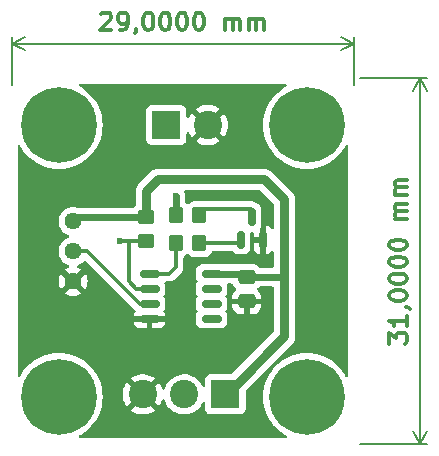
<source format=gbr>
%TF.GenerationSoftware,KiCad,Pcbnew,8.0.3*%
%TF.CreationDate,2024-08-02T11:09:55+07:00*%
%TF.ProjectId,waterleak V.1,77617465-726c-4656-916b-20562e312e6b,rev?*%
%TF.SameCoordinates,Original*%
%TF.FileFunction,Copper,L1,Top*%
%TF.FilePolarity,Positive*%
%FSLAX46Y46*%
G04 Gerber Fmt 4.6, Leading zero omitted, Abs format (unit mm)*
G04 Created by KiCad (PCBNEW 8.0.3) date 2024-08-02 11:09:55*
%MOMM*%
%LPD*%
G01*
G04 APERTURE LIST*
G04 Aperture macros list*
%AMRoundRect*
0 Rectangle with rounded corners*
0 $1 Rounding radius*
0 $2 $3 $4 $5 $6 $7 $8 $9 X,Y pos of 4 corners*
0 Add a 4 corners polygon primitive as box body*
4,1,4,$2,$3,$4,$5,$6,$7,$8,$9,$2,$3,0*
0 Add four circle primitives for the rounded corners*
1,1,$1+$1,$2,$3*
1,1,$1+$1,$4,$5*
1,1,$1+$1,$6,$7*
1,1,$1+$1,$8,$9*
0 Add four rect primitives between the rounded corners*
20,1,$1+$1,$2,$3,$4,$5,0*
20,1,$1+$1,$4,$5,$6,$7,0*
20,1,$1+$1,$6,$7,$8,$9,0*
20,1,$1+$1,$8,$9,$2,$3,0*%
G04 Aperture macros list end*
%ADD10C,0.300000*%
%TA.AperFunction,NonConductor*%
%ADD11C,0.300000*%
%TD*%
%TA.AperFunction,NonConductor*%
%ADD12C,0.200000*%
%TD*%
%TA.AperFunction,SMDPad,CuDef*%
%ADD13RoundRect,0.250000X-0.350000X-0.450000X0.350000X-0.450000X0.350000X0.450000X-0.350000X0.450000X0*%
%TD*%
%TA.AperFunction,SMDPad,CuDef*%
%ADD14RoundRect,0.150000X-0.675000X-0.150000X0.675000X-0.150000X0.675000X0.150000X-0.675000X0.150000X0*%
%TD*%
%TA.AperFunction,ComponentPad*%
%ADD15C,0.800000*%
%TD*%
%TA.AperFunction,ComponentPad*%
%ADD16C,6.400000*%
%TD*%
%TA.AperFunction,ComponentPad*%
%ADD17R,2.400000X2.400000*%
%TD*%
%TA.AperFunction,ComponentPad*%
%ADD18C,2.400000*%
%TD*%
%TA.AperFunction,SMDPad,CuDef*%
%ADD19RoundRect,0.150000X0.150000X-0.587500X0.150000X0.587500X-0.150000X0.587500X-0.150000X-0.587500X0*%
%TD*%
%TA.AperFunction,SMDPad,CuDef*%
%ADD20RoundRect,0.250000X-0.475000X0.337500X-0.475000X-0.337500X0.475000X-0.337500X0.475000X0.337500X0*%
%TD*%
%TA.AperFunction,SMDPad,CuDef*%
%ADD21RoundRect,0.250000X-0.450000X0.350000X-0.450000X-0.350000X0.450000X-0.350000X0.450000X0.350000X0*%
%TD*%
%TA.AperFunction,SMDPad,CuDef*%
%ADD22RoundRect,0.250000X0.350000X0.450000X-0.350000X0.450000X-0.350000X-0.450000X0.350000X-0.450000X0*%
%TD*%
%TA.AperFunction,ComponentPad*%
%ADD23C,1.440000*%
%TD*%
%TA.AperFunction,ViaPad*%
%ADD24C,0.600000*%
%TD*%
%TA.AperFunction,Conductor*%
%ADD25C,0.800000*%
%TD*%
%TA.AperFunction,Conductor*%
%ADD26C,0.600000*%
%TD*%
%TA.AperFunction,Conductor*%
%ADD27C,0.300000*%
%TD*%
G04 APERTURE END LIST*
D10*
D11*
X77571430Y-46621185D02*
X77642858Y-46549757D01*
X77642858Y-46549757D02*
X77785716Y-46478328D01*
X77785716Y-46478328D02*
X78142858Y-46478328D01*
X78142858Y-46478328D02*
X78285716Y-46549757D01*
X78285716Y-46549757D02*
X78357144Y-46621185D01*
X78357144Y-46621185D02*
X78428573Y-46764042D01*
X78428573Y-46764042D02*
X78428573Y-46906900D01*
X78428573Y-46906900D02*
X78357144Y-47121185D01*
X78357144Y-47121185D02*
X77500001Y-47978328D01*
X77500001Y-47978328D02*
X78428573Y-47978328D01*
X79142858Y-47978328D02*
X79428572Y-47978328D01*
X79428572Y-47978328D02*
X79571429Y-47906900D01*
X79571429Y-47906900D02*
X79642858Y-47835471D01*
X79642858Y-47835471D02*
X79785715Y-47621185D01*
X79785715Y-47621185D02*
X79857144Y-47335471D01*
X79857144Y-47335471D02*
X79857144Y-46764042D01*
X79857144Y-46764042D02*
X79785715Y-46621185D01*
X79785715Y-46621185D02*
X79714287Y-46549757D01*
X79714287Y-46549757D02*
X79571429Y-46478328D01*
X79571429Y-46478328D02*
X79285715Y-46478328D01*
X79285715Y-46478328D02*
X79142858Y-46549757D01*
X79142858Y-46549757D02*
X79071429Y-46621185D01*
X79071429Y-46621185D02*
X79000001Y-46764042D01*
X79000001Y-46764042D02*
X79000001Y-47121185D01*
X79000001Y-47121185D02*
X79071429Y-47264042D01*
X79071429Y-47264042D02*
X79142858Y-47335471D01*
X79142858Y-47335471D02*
X79285715Y-47406900D01*
X79285715Y-47406900D02*
X79571429Y-47406900D01*
X79571429Y-47406900D02*
X79714287Y-47335471D01*
X79714287Y-47335471D02*
X79785715Y-47264042D01*
X79785715Y-47264042D02*
X79857144Y-47121185D01*
X80571429Y-47906900D02*
X80571429Y-47978328D01*
X80571429Y-47978328D02*
X80500000Y-48121185D01*
X80500000Y-48121185D02*
X80428572Y-48192614D01*
X81500001Y-46478328D02*
X81642858Y-46478328D01*
X81642858Y-46478328D02*
X81785715Y-46549757D01*
X81785715Y-46549757D02*
X81857144Y-46621185D01*
X81857144Y-46621185D02*
X81928572Y-46764042D01*
X81928572Y-46764042D02*
X82000001Y-47049757D01*
X82000001Y-47049757D02*
X82000001Y-47406900D01*
X82000001Y-47406900D02*
X81928572Y-47692614D01*
X81928572Y-47692614D02*
X81857144Y-47835471D01*
X81857144Y-47835471D02*
X81785715Y-47906900D01*
X81785715Y-47906900D02*
X81642858Y-47978328D01*
X81642858Y-47978328D02*
X81500001Y-47978328D01*
X81500001Y-47978328D02*
X81357144Y-47906900D01*
X81357144Y-47906900D02*
X81285715Y-47835471D01*
X81285715Y-47835471D02*
X81214286Y-47692614D01*
X81214286Y-47692614D02*
X81142858Y-47406900D01*
X81142858Y-47406900D02*
X81142858Y-47049757D01*
X81142858Y-47049757D02*
X81214286Y-46764042D01*
X81214286Y-46764042D02*
X81285715Y-46621185D01*
X81285715Y-46621185D02*
X81357144Y-46549757D01*
X81357144Y-46549757D02*
X81500001Y-46478328D01*
X82928572Y-46478328D02*
X83071429Y-46478328D01*
X83071429Y-46478328D02*
X83214286Y-46549757D01*
X83214286Y-46549757D02*
X83285715Y-46621185D01*
X83285715Y-46621185D02*
X83357143Y-46764042D01*
X83357143Y-46764042D02*
X83428572Y-47049757D01*
X83428572Y-47049757D02*
X83428572Y-47406900D01*
X83428572Y-47406900D02*
X83357143Y-47692614D01*
X83357143Y-47692614D02*
X83285715Y-47835471D01*
X83285715Y-47835471D02*
X83214286Y-47906900D01*
X83214286Y-47906900D02*
X83071429Y-47978328D01*
X83071429Y-47978328D02*
X82928572Y-47978328D01*
X82928572Y-47978328D02*
X82785715Y-47906900D01*
X82785715Y-47906900D02*
X82714286Y-47835471D01*
X82714286Y-47835471D02*
X82642857Y-47692614D01*
X82642857Y-47692614D02*
X82571429Y-47406900D01*
X82571429Y-47406900D02*
X82571429Y-47049757D01*
X82571429Y-47049757D02*
X82642857Y-46764042D01*
X82642857Y-46764042D02*
X82714286Y-46621185D01*
X82714286Y-46621185D02*
X82785715Y-46549757D01*
X82785715Y-46549757D02*
X82928572Y-46478328D01*
X84357143Y-46478328D02*
X84500000Y-46478328D01*
X84500000Y-46478328D02*
X84642857Y-46549757D01*
X84642857Y-46549757D02*
X84714286Y-46621185D01*
X84714286Y-46621185D02*
X84785714Y-46764042D01*
X84785714Y-46764042D02*
X84857143Y-47049757D01*
X84857143Y-47049757D02*
X84857143Y-47406900D01*
X84857143Y-47406900D02*
X84785714Y-47692614D01*
X84785714Y-47692614D02*
X84714286Y-47835471D01*
X84714286Y-47835471D02*
X84642857Y-47906900D01*
X84642857Y-47906900D02*
X84500000Y-47978328D01*
X84500000Y-47978328D02*
X84357143Y-47978328D01*
X84357143Y-47978328D02*
X84214286Y-47906900D01*
X84214286Y-47906900D02*
X84142857Y-47835471D01*
X84142857Y-47835471D02*
X84071428Y-47692614D01*
X84071428Y-47692614D02*
X84000000Y-47406900D01*
X84000000Y-47406900D02*
X84000000Y-47049757D01*
X84000000Y-47049757D02*
X84071428Y-46764042D01*
X84071428Y-46764042D02*
X84142857Y-46621185D01*
X84142857Y-46621185D02*
X84214286Y-46549757D01*
X84214286Y-46549757D02*
X84357143Y-46478328D01*
X85785714Y-46478328D02*
X85928571Y-46478328D01*
X85928571Y-46478328D02*
X86071428Y-46549757D01*
X86071428Y-46549757D02*
X86142857Y-46621185D01*
X86142857Y-46621185D02*
X86214285Y-46764042D01*
X86214285Y-46764042D02*
X86285714Y-47049757D01*
X86285714Y-47049757D02*
X86285714Y-47406900D01*
X86285714Y-47406900D02*
X86214285Y-47692614D01*
X86214285Y-47692614D02*
X86142857Y-47835471D01*
X86142857Y-47835471D02*
X86071428Y-47906900D01*
X86071428Y-47906900D02*
X85928571Y-47978328D01*
X85928571Y-47978328D02*
X85785714Y-47978328D01*
X85785714Y-47978328D02*
X85642857Y-47906900D01*
X85642857Y-47906900D02*
X85571428Y-47835471D01*
X85571428Y-47835471D02*
X85499999Y-47692614D01*
X85499999Y-47692614D02*
X85428571Y-47406900D01*
X85428571Y-47406900D02*
X85428571Y-47049757D01*
X85428571Y-47049757D02*
X85499999Y-46764042D01*
X85499999Y-46764042D02*
X85571428Y-46621185D01*
X85571428Y-46621185D02*
X85642857Y-46549757D01*
X85642857Y-46549757D02*
X85785714Y-46478328D01*
X88071427Y-47978328D02*
X88071427Y-46978328D01*
X88071427Y-47121185D02*
X88142856Y-47049757D01*
X88142856Y-47049757D02*
X88285713Y-46978328D01*
X88285713Y-46978328D02*
X88499999Y-46978328D01*
X88499999Y-46978328D02*
X88642856Y-47049757D01*
X88642856Y-47049757D02*
X88714285Y-47192614D01*
X88714285Y-47192614D02*
X88714285Y-47978328D01*
X88714285Y-47192614D02*
X88785713Y-47049757D01*
X88785713Y-47049757D02*
X88928570Y-46978328D01*
X88928570Y-46978328D02*
X89142856Y-46978328D01*
X89142856Y-46978328D02*
X89285713Y-47049757D01*
X89285713Y-47049757D02*
X89357142Y-47192614D01*
X89357142Y-47192614D02*
X89357142Y-47978328D01*
X90071427Y-47978328D02*
X90071427Y-46978328D01*
X90071427Y-47121185D02*
X90142856Y-47049757D01*
X90142856Y-47049757D02*
X90285713Y-46978328D01*
X90285713Y-46978328D02*
X90499999Y-46978328D01*
X90499999Y-46978328D02*
X90642856Y-47049757D01*
X90642856Y-47049757D02*
X90714285Y-47192614D01*
X90714285Y-47192614D02*
X90714285Y-47978328D01*
X90714285Y-47192614D02*
X90785713Y-47049757D01*
X90785713Y-47049757D02*
X90928570Y-46978328D01*
X90928570Y-46978328D02*
X91142856Y-46978328D01*
X91142856Y-46978328D02*
X91285713Y-47049757D01*
X91285713Y-47049757D02*
X91357142Y-47192614D01*
X91357142Y-47192614D02*
X91357142Y-47978328D01*
D12*
X70000000Y-52600000D02*
X70000000Y-48513580D01*
X99000000Y-52600000D02*
X99000000Y-48513580D01*
X70000000Y-49100000D02*
X99000000Y-49100000D01*
X70000000Y-49100000D02*
X99000000Y-49100000D01*
X70000000Y-49100000D02*
X71126504Y-48513579D01*
X70000000Y-49100000D02*
X71126504Y-49686421D01*
X99000000Y-49100000D02*
X97873496Y-49686421D01*
X99000000Y-49100000D02*
X97873496Y-48513579D01*
D10*
D11*
X101978328Y-74499998D02*
X101978328Y-73571426D01*
X101978328Y-73571426D02*
X102549757Y-74071426D01*
X102549757Y-74071426D02*
X102549757Y-73857141D01*
X102549757Y-73857141D02*
X102621185Y-73714284D01*
X102621185Y-73714284D02*
X102692614Y-73642855D01*
X102692614Y-73642855D02*
X102835471Y-73571426D01*
X102835471Y-73571426D02*
X103192614Y-73571426D01*
X103192614Y-73571426D02*
X103335471Y-73642855D01*
X103335471Y-73642855D02*
X103406900Y-73714284D01*
X103406900Y-73714284D02*
X103478328Y-73857141D01*
X103478328Y-73857141D02*
X103478328Y-74285712D01*
X103478328Y-74285712D02*
X103406900Y-74428569D01*
X103406900Y-74428569D02*
X103335471Y-74499998D01*
X103478328Y-72142855D02*
X103478328Y-72999998D01*
X103478328Y-72571427D02*
X101978328Y-72571427D01*
X101978328Y-72571427D02*
X102192614Y-72714284D01*
X102192614Y-72714284D02*
X102335471Y-72857141D01*
X102335471Y-72857141D02*
X102406900Y-72999998D01*
X103406900Y-71428570D02*
X103478328Y-71428570D01*
X103478328Y-71428570D02*
X103621185Y-71499999D01*
X103621185Y-71499999D02*
X103692614Y-71571427D01*
X101978328Y-70499998D02*
X101978328Y-70357141D01*
X101978328Y-70357141D02*
X102049757Y-70214284D01*
X102049757Y-70214284D02*
X102121185Y-70142856D01*
X102121185Y-70142856D02*
X102264042Y-70071427D01*
X102264042Y-70071427D02*
X102549757Y-69999998D01*
X102549757Y-69999998D02*
X102906900Y-69999998D01*
X102906900Y-69999998D02*
X103192614Y-70071427D01*
X103192614Y-70071427D02*
X103335471Y-70142856D01*
X103335471Y-70142856D02*
X103406900Y-70214284D01*
X103406900Y-70214284D02*
X103478328Y-70357141D01*
X103478328Y-70357141D02*
X103478328Y-70499998D01*
X103478328Y-70499998D02*
X103406900Y-70642856D01*
X103406900Y-70642856D02*
X103335471Y-70714284D01*
X103335471Y-70714284D02*
X103192614Y-70785713D01*
X103192614Y-70785713D02*
X102906900Y-70857141D01*
X102906900Y-70857141D02*
X102549757Y-70857141D01*
X102549757Y-70857141D02*
X102264042Y-70785713D01*
X102264042Y-70785713D02*
X102121185Y-70714284D01*
X102121185Y-70714284D02*
X102049757Y-70642856D01*
X102049757Y-70642856D02*
X101978328Y-70499998D01*
X101978328Y-69071427D02*
X101978328Y-68928570D01*
X101978328Y-68928570D02*
X102049757Y-68785713D01*
X102049757Y-68785713D02*
X102121185Y-68714285D01*
X102121185Y-68714285D02*
X102264042Y-68642856D01*
X102264042Y-68642856D02*
X102549757Y-68571427D01*
X102549757Y-68571427D02*
X102906900Y-68571427D01*
X102906900Y-68571427D02*
X103192614Y-68642856D01*
X103192614Y-68642856D02*
X103335471Y-68714285D01*
X103335471Y-68714285D02*
X103406900Y-68785713D01*
X103406900Y-68785713D02*
X103478328Y-68928570D01*
X103478328Y-68928570D02*
X103478328Y-69071427D01*
X103478328Y-69071427D02*
X103406900Y-69214285D01*
X103406900Y-69214285D02*
X103335471Y-69285713D01*
X103335471Y-69285713D02*
X103192614Y-69357142D01*
X103192614Y-69357142D02*
X102906900Y-69428570D01*
X102906900Y-69428570D02*
X102549757Y-69428570D01*
X102549757Y-69428570D02*
X102264042Y-69357142D01*
X102264042Y-69357142D02*
X102121185Y-69285713D01*
X102121185Y-69285713D02*
X102049757Y-69214285D01*
X102049757Y-69214285D02*
X101978328Y-69071427D01*
X101978328Y-67642856D02*
X101978328Y-67499999D01*
X101978328Y-67499999D02*
X102049757Y-67357142D01*
X102049757Y-67357142D02*
X102121185Y-67285714D01*
X102121185Y-67285714D02*
X102264042Y-67214285D01*
X102264042Y-67214285D02*
X102549757Y-67142856D01*
X102549757Y-67142856D02*
X102906900Y-67142856D01*
X102906900Y-67142856D02*
X103192614Y-67214285D01*
X103192614Y-67214285D02*
X103335471Y-67285714D01*
X103335471Y-67285714D02*
X103406900Y-67357142D01*
X103406900Y-67357142D02*
X103478328Y-67499999D01*
X103478328Y-67499999D02*
X103478328Y-67642856D01*
X103478328Y-67642856D02*
X103406900Y-67785714D01*
X103406900Y-67785714D02*
X103335471Y-67857142D01*
X103335471Y-67857142D02*
X103192614Y-67928571D01*
X103192614Y-67928571D02*
X102906900Y-67999999D01*
X102906900Y-67999999D02*
X102549757Y-67999999D01*
X102549757Y-67999999D02*
X102264042Y-67928571D01*
X102264042Y-67928571D02*
X102121185Y-67857142D01*
X102121185Y-67857142D02*
X102049757Y-67785714D01*
X102049757Y-67785714D02*
X101978328Y-67642856D01*
X101978328Y-66214285D02*
X101978328Y-66071428D01*
X101978328Y-66071428D02*
X102049757Y-65928571D01*
X102049757Y-65928571D02*
X102121185Y-65857143D01*
X102121185Y-65857143D02*
X102264042Y-65785714D01*
X102264042Y-65785714D02*
X102549757Y-65714285D01*
X102549757Y-65714285D02*
X102906900Y-65714285D01*
X102906900Y-65714285D02*
X103192614Y-65785714D01*
X103192614Y-65785714D02*
X103335471Y-65857143D01*
X103335471Y-65857143D02*
X103406900Y-65928571D01*
X103406900Y-65928571D02*
X103478328Y-66071428D01*
X103478328Y-66071428D02*
X103478328Y-66214285D01*
X103478328Y-66214285D02*
X103406900Y-66357143D01*
X103406900Y-66357143D02*
X103335471Y-66428571D01*
X103335471Y-66428571D02*
X103192614Y-66500000D01*
X103192614Y-66500000D02*
X102906900Y-66571428D01*
X102906900Y-66571428D02*
X102549757Y-66571428D01*
X102549757Y-66571428D02*
X102264042Y-66500000D01*
X102264042Y-66500000D02*
X102121185Y-66428571D01*
X102121185Y-66428571D02*
X102049757Y-66357143D01*
X102049757Y-66357143D02*
X101978328Y-66214285D01*
X103478328Y-63928572D02*
X102478328Y-63928572D01*
X102621185Y-63928572D02*
X102549757Y-63857143D01*
X102549757Y-63857143D02*
X102478328Y-63714286D01*
X102478328Y-63714286D02*
X102478328Y-63500000D01*
X102478328Y-63500000D02*
X102549757Y-63357143D01*
X102549757Y-63357143D02*
X102692614Y-63285715D01*
X102692614Y-63285715D02*
X103478328Y-63285715D01*
X102692614Y-63285715D02*
X102549757Y-63214286D01*
X102549757Y-63214286D02*
X102478328Y-63071429D01*
X102478328Y-63071429D02*
X102478328Y-62857143D01*
X102478328Y-62857143D02*
X102549757Y-62714286D01*
X102549757Y-62714286D02*
X102692614Y-62642857D01*
X102692614Y-62642857D02*
X103478328Y-62642857D01*
X103478328Y-61928572D02*
X102478328Y-61928572D01*
X102621185Y-61928572D02*
X102549757Y-61857143D01*
X102549757Y-61857143D02*
X102478328Y-61714286D01*
X102478328Y-61714286D02*
X102478328Y-61500000D01*
X102478328Y-61500000D02*
X102549757Y-61357143D01*
X102549757Y-61357143D02*
X102692614Y-61285715D01*
X102692614Y-61285715D02*
X103478328Y-61285715D01*
X102692614Y-61285715D02*
X102549757Y-61214286D01*
X102549757Y-61214286D02*
X102478328Y-61071429D01*
X102478328Y-61071429D02*
X102478328Y-60857143D01*
X102478328Y-60857143D02*
X102549757Y-60714286D01*
X102549757Y-60714286D02*
X102692614Y-60642857D01*
X102692614Y-60642857D02*
X103478328Y-60642857D01*
D12*
X99500000Y-52000000D02*
X105186420Y-52000000D01*
X99500000Y-83000000D02*
X105186420Y-83000000D01*
X104600000Y-52000000D02*
X104600000Y-83000000D01*
X104600000Y-52000000D02*
X104600000Y-83000000D01*
X104600000Y-52000000D02*
X105186421Y-53126504D01*
X104600000Y-52000000D02*
X104013579Y-53126504D01*
X104600000Y-83000000D02*
X104013579Y-81873496D01*
X104600000Y-83000000D02*
X105186421Y-81873496D01*
D13*
%TO.P,R4,1*%
%TO.N,Net-(R4-Pad1)*%
X83900000Y-66000000D03*
%TO.P,R4,2*%
%TO.N,Net-(Q2-B)*%
X85900000Y-66000000D03*
%TD*%
D14*
%TO.P,U2,1*%
%TO.N,Net-(R4-Pad1)*%
X81675000Y-68595000D03*
%TO.P,U2,2,-*%
%TO.N,Net-(J2-Pin_1)*%
X81675000Y-69865000D03*
%TO.P,U2,3,+*%
%TO.N,Net-(U2A-+)*%
X81675000Y-71135000D03*
%TO.P,U2,4,V-*%
%TO.N,GND*%
X81675000Y-72405000D03*
%TO.P,U2,5,+*%
%TO.N,unconnected-(U2B-+-Pad5)*%
X86925000Y-72405000D03*
%TO.P,U2,6,-*%
%TO.N,unconnected-(U2B---Pad6)*%
X86925000Y-71135000D03*
%TO.P,U2,7*%
%TO.N,unconnected-(U2-Pad7)*%
X86925000Y-69865000D03*
%TO.P,U2,8,V+*%
%TO.N,+3.3V*%
X86925000Y-68595000D03*
%TD*%
D15*
%TO.P,H1,1*%
%TO.N,N/C*%
X92600000Y-56000000D03*
X93302944Y-54302944D03*
X93302944Y-57697056D03*
X95000000Y-53600000D03*
D16*
X95000000Y-56000000D03*
D15*
X95000000Y-58400000D03*
X96697056Y-54302944D03*
X96697056Y-57697056D03*
X97400000Y-56000000D03*
%TD*%
%TO.P,H3,1*%
%TO.N,N/C*%
X92600000Y-79000000D03*
X93302944Y-77302944D03*
X93302944Y-80697056D03*
X95000000Y-76600000D03*
D16*
X95000000Y-79000000D03*
D15*
X95000000Y-81400000D03*
X96697056Y-77302944D03*
X96697056Y-80697056D03*
X97400000Y-79000000D03*
%TD*%
%TO.P,H4,1*%
%TO.N,N/C*%
X71600000Y-79000000D03*
X72302944Y-77302944D03*
X72302944Y-80697056D03*
X74000000Y-76600000D03*
D16*
X74000000Y-79000000D03*
D15*
X74000000Y-81400000D03*
X75697056Y-77302944D03*
X75697056Y-80697056D03*
X76400000Y-79000000D03*
%TD*%
%TO.P,H2,1*%
%TO.N,N/C*%
X71600000Y-56000000D03*
X72302944Y-54302944D03*
X72302944Y-57697056D03*
X74000000Y-53600000D03*
D16*
X74000000Y-56000000D03*
D15*
X74000000Y-58400000D03*
X75697056Y-54302944D03*
X75697056Y-57697056D03*
X76400000Y-56000000D03*
%TD*%
D17*
%TO.P,J2,1,Pin_1*%
%TO.N,Net-(J2-Pin_1)*%
X83100000Y-56000000D03*
D18*
%TO.P,J2,2,Pin_2*%
%TO.N,GND*%
X86600000Y-56000000D03*
%TD*%
D19*
%TO.P,Q2,1,B*%
%TO.N,Net-(Q2-B)*%
X89400000Y-65700000D03*
%TO.P,Q2,2,E*%
%TO.N,GND*%
X91300000Y-65700000D03*
%TO.P,Q2,3,C*%
%TO.N,Net-(Q2-C)*%
X90350000Y-63825000D03*
%TD*%
D20*
%TO.P,C1,1*%
%TO.N,+3.3V*%
X89900000Y-68862500D03*
%TO.P,C1,2*%
%TO.N,GND*%
X89900000Y-70937500D03*
%TD*%
D21*
%TO.P,R6,1*%
%TO.N,+3.3V*%
X81400000Y-63800000D03*
%TO.P,R6,2*%
%TO.N,Net-(J2-Pin_1)*%
X81400000Y-65800000D03*
%TD*%
D22*
%TO.P,R5,1*%
%TO.N,Net-(Q2-C)*%
X85900000Y-63625000D03*
%TO.P,R5,2*%
%TO.N,Net-(J1-Pin_2)*%
X83900000Y-63625000D03*
%TD*%
D23*
%TO.P,RV2,1,1*%
%TO.N,+3.3V*%
X75200000Y-64160000D03*
%TO.P,RV2,2,2*%
%TO.N,Net-(U2A-+)*%
X75200000Y-66700000D03*
%TO.P,RV2,3,3*%
%TO.N,GND*%
X75200000Y-69240000D03*
%TD*%
D17*
%TO.P,J1,1,Pin_1*%
%TO.N,+3.3V*%
X88100000Y-78800000D03*
D18*
%TO.P,J1,2,Pin_2*%
%TO.N,Net-(J1-Pin_2)*%
X84600000Y-78800000D03*
%TO.P,J1,3,Pin_3*%
%TO.N,GND*%
X81100000Y-78800000D03*
%TD*%
D24*
%TO.N,Net-(J2-Pin_1)*%
X79200000Y-65800000D03*
%TO.N,Net-(J1-Pin_2)*%
X83900000Y-62000000D03*
%TD*%
D25*
%TO.N,+3.3V*%
X93100000Y-73900000D02*
X88800000Y-78200000D01*
X91400000Y-60600000D02*
X82400000Y-60600000D01*
X81400000Y-61600000D02*
X81400000Y-63800000D01*
X93100000Y-68800000D02*
X93100000Y-62300000D01*
X93100000Y-62300000D02*
X91400000Y-60600000D01*
X93100000Y-68800000D02*
X93100000Y-73900000D01*
X88800000Y-78200000D02*
X87400000Y-78200000D01*
D26*
X75560000Y-63800000D02*
X81400000Y-63800000D01*
D25*
X82400000Y-60600000D02*
X81400000Y-61600000D01*
D26*
X75200000Y-64160000D02*
X75560000Y-63800000D01*
X93037500Y-68862500D02*
X89900000Y-68862500D01*
X86925000Y-68595000D02*
X89532500Y-68595000D01*
X93100000Y-68800000D02*
X93037500Y-68862500D01*
X89532500Y-68595000D02*
X89900000Y-68962500D01*
D27*
%TO.N,Net-(J2-Pin_1)*%
X80565000Y-69865000D02*
X81675000Y-69865000D01*
X79900000Y-65800000D02*
X79900000Y-69200000D01*
X79900000Y-69200000D02*
X80565000Y-69865000D01*
X81400000Y-65800000D02*
X79900000Y-65800000D01*
X81400000Y-65800000D02*
X79200000Y-65800000D01*
%TO.N,Net-(Q2-B)*%
X89100000Y-66000000D02*
X85900000Y-66000000D01*
X89400000Y-65700000D02*
X89100000Y-66000000D01*
%TO.N,Net-(R4-Pad1)*%
X83900000Y-68000000D02*
X83900000Y-66000000D01*
X81675000Y-68595000D02*
X83305000Y-68595000D01*
X83305000Y-68595000D02*
X83900000Y-68000000D01*
%TO.N,Net-(U2A-+)*%
X80835000Y-71135000D02*
X76400000Y-66700000D01*
X76400000Y-66700000D02*
X75200000Y-66700000D01*
X81675000Y-71135000D02*
X80835000Y-71135000D01*
D26*
%TO.N,Net-(J1-Pin_2)*%
X83900000Y-63625000D02*
X83900000Y-62000000D01*
D27*
%TO.N,Net-(Q2-C)*%
X90350000Y-63150000D02*
X90350000Y-63825000D01*
X85900000Y-63625000D02*
X85900000Y-63600000D01*
X90300000Y-63100000D02*
X90350000Y-63150000D01*
X85900000Y-63600000D02*
X86400000Y-63100000D01*
X86400000Y-63100000D02*
X90300000Y-63100000D01*
%TD*%
%TA.AperFunction,Conductor*%
%TO.N,GND*%
G36*
X93267646Y-52520185D02*
G01*
X93313401Y-52572989D01*
X93323345Y-52642147D01*
X93294320Y-52705703D01*
X93256902Y-52734985D01*
X93147206Y-52790877D01*
X92821917Y-53002122D01*
X92520488Y-53246215D01*
X92520480Y-53246222D01*
X92246222Y-53520480D01*
X92246215Y-53520488D01*
X92002122Y-53821917D01*
X91790877Y-54147206D01*
X91614787Y-54492802D01*
X91475788Y-54854905D01*
X91375397Y-55229570D01*
X91375397Y-55229572D01*
X91314722Y-55612660D01*
X91294422Y-55999999D01*
X91294422Y-56000000D01*
X91314722Y-56387339D01*
X91375397Y-56770427D01*
X91375397Y-56770429D01*
X91475788Y-57145094D01*
X91614787Y-57507197D01*
X91790877Y-57852793D01*
X92002122Y-58178082D01*
X92002124Y-58178084D01*
X92246219Y-58479516D01*
X92520484Y-58753781D01*
X92520488Y-58753784D01*
X92821917Y-58997877D01*
X93147206Y-59209122D01*
X93147211Y-59209125D01*
X93492806Y-59385214D01*
X93854913Y-59524214D01*
X94229567Y-59624602D01*
X94612662Y-59685278D01*
X94978576Y-59704455D01*
X94999999Y-59705578D01*
X95000000Y-59705578D01*
X95000001Y-59705578D01*
X95020301Y-59704514D01*
X95387338Y-59685278D01*
X95770433Y-59624602D01*
X96145087Y-59524214D01*
X96507194Y-59385214D01*
X96852789Y-59209125D01*
X97178084Y-58997876D01*
X97479516Y-58753781D01*
X97753781Y-58479516D01*
X97997876Y-58178084D01*
X98209125Y-57852789D01*
X98265015Y-57743097D01*
X98312989Y-57692302D01*
X98380810Y-57675507D01*
X98446945Y-57698044D01*
X98490397Y-57752759D01*
X98499500Y-57799393D01*
X98499500Y-77200606D01*
X98479815Y-77267645D01*
X98427011Y-77313400D01*
X98357853Y-77323344D01*
X98294297Y-77294319D01*
X98265015Y-77256901D01*
X98209122Y-77147206D01*
X97997877Y-76821917D01*
X97753784Y-76520488D01*
X97753781Y-76520484D01*
X97479516Y-76246219D01*
X97178084Y-76002124D01*
X97178082Y-76002122D01*
X96852793Y-75790877D01*
X96507197Y-75614787D01*
X96145094Y-75475788D01*
X96145087Y-75475786D01*
X95770433Y-75375398D01*
X95770429Y-75375397D01*
X95770428Y-75375397D01*
X95387339Y-75314722D01*
X95000001Y-75294422D01*
X94999999Y-75294422D01*
X94612660Y-75314722D01*
X94229572Y-75375397D01*
X94229570Y-75375397D01*
X93854905Y-75475788D01*
X93492802Y-75614787D01*
X93147206Y-75790877D01*
X92821917Y-76002122D01*
X92520488Y-76246215D01*
X92520480Y-76246222D01*
X92246222Y-76520480D01*
X92246215Y-76520488D01*
X92002122Y-76821917D01*
X91790877Y-77147206D01*
X91614787Y-77492802D01*
X91475788Y-77854905D01*
X91375397Y-78229570D01*
X91375397Y-78229572D01*
X91314722Y-78612660D01*
X91294422Y-78999999D01*
X91294422Y-79000000D01*
X91314722Y-79387339D01*
X91375397Y-79770427D01*
X91375398Y-79770433D01*
X91472609Y-80133232D01*
X91475788Y-80145094D01*
X91614787Y-80507197D01*
X91790877Y-80852793D01*
X92002122Y-81178082D01*
X92163487Y-81377351D01*
X92246219Y-81479516D01*
X92520484Y-81753781D01*
X92688375Y-81889737D01*
X92821917Y-81997877D01*
X93147206Y-82209122D01*
X93147211Y-82209125D01*
X93256902Y-82265015D01*
X93307698Y-82312989D01*
X93324493Y-82380810D01*
X93301956Y-82446945D01*
X93247241Y-82490397D01*
X93200607Y-82499500D01*
X75799393Y-82499500D01*
X75732354Y-82479815D01*
X75686599Y-82427011D01*
X75676655Y-82357853D01*
X75705680Y-82294297D01*
X75743098Y-82265015D01*
X75852789Y-82209125D01*
X76178084Y-81997876D01*
X76479516Y-81753781D01*
X76753781Y-81479516D01*
X76997876Y-81178084D01*
X77209125Y-80852789D01*
X77385214Y-80507194D01*
X77524214Y-80145087D01*
X77624602Y-79770433D01*
X77685278Y-79387338D01*
X77705578Y-79000000D01*
X77685278Y-78612662D01*
X77624602Y-78229567D01*
X77524214Y-77854913D01*
X77385214Y-77492806D01*
X77209125Y-77147211D01*
X77203126Y-77137973D01*
X76997877Y-76821917D01*
X76753784Y-76520488D01*
X76753781Y-76520484D01*
X76479516Y-76246219D01*
X76178084Y-76002124D01*
X76178082Y-76002122D01*
X75852793Y-75790877D01*
X75507197Y-75614787D01*
X75145094Y-75475788D01*
X75145087Y-75475786D01*
X74770433Y-75375398D01*
X74770429Y-75375397D01*
X74770428Y-75375397D01*
X74387339Y-75314722D01*
X74000001Y-75294422D01*
X73999999Y-75294422D01*
X73612660Y-75314722D01*
X73229572Y-75375397D01*
X73229570Y-75375397D01*
X72854905Y-75475788D01*
X72492802Y-75614787D01*
X72147206Y-75790877D01*
X71821917Y-76002122D01*
X71520488Y-76246215D01*
X71520480Y-76246222D01*
X71246222Y-76520480D01*
X71246215Y-76520488D01*
X71002122Y-76821917D01*
X70790877Y-77147206D01*
X70734985Y-77256901D01*
X70687010Y-77307697D01*
X70619189Y-77324492D01*
X70553054Y-77301955D01*
X70509603Y-77247240D01*
X70500500Y-77200606D01*
X70500500Y-72655001D01*
X80352704Y-72655001D01*
X80352899Y-72657486D01*
X80398718Y-72815198D01*
X80482314Y-72956552D01*
X80482321Y-72956561D01*
X80598438Y-73072678D01*
X80598447Y-73072685D01*
X80739803Y-73156282D01*
X80739806Y-73156283D01*
X80897504Y-73202099D01*
X80897510Y-73202100D01*
X80934350Y-73204999D01*
X80934366Y-73205000D01*
X81425000Y-73205000D01*
X81925000Y-73205000D01*
X82415634Y-73205000D01*
X82415649Y-73204999D01*
X82452489Y-73202100D01*
X82452495Y-73202099D01*
X82610193Y-73156283D01*
X82610196Y-73156282D01*
X82751552Y-73072685D01*
X82751561Y-73072678D01*
X82867678Y-72956561D01*
X82867685Y-72956552D01*
X82951281Y-72815198D01*
X82997100Y-72657486D01*
X82997295Y-72655001D01*
X82997295Y-72655000D01*
X81925000Y-72655000D01*
X81925000Y-73205000D01*
X81425000Y-73205000D01*
X81425000Y-72655000D01*
X80352705Y-72655000D01*
X80352704Y-72655001D01*
X70500500Y-72655001D01*
X70500500Y-64159998D01*
X73974838Y-64159998D01*
X73974838Y-64160001D01*
X73993450Y-64372741D01*
X73993452Y-64372752D01*
X74048721Y-64579022D01*
X74048723Y-64579026D01*
X74048724Y-64579030D01*
X74067915Y-64620185D01*
X74138977Y-64772578D01*
X74138978Y-64772579D01*
X74138979Y-64772581D01*
X74156168Y-64797129D01*
X74261472Y-64947521D01*
X74412478Y-65098527D01*
X74412481Y-65098529D01*
X74587419Y-65221021D01*
X74587421Y-65221022D01*
X74587420Y-65221022D01*
X74608113Y-65230671D01*
X74780970Y-65311276D01*
X74780983Y-65311279D01*
X74786064Y-65313130D01*
X74785292Y-65315250D01*
X74836710Y-65346594D01*
X74867237Y-65409442D01*
X74858939Y-65478817D01*
X74814452Y-65532693D01*
X74785685Y-65545830D01*
X74786064Y-65546870D01*
X74780972Y-65548723D01*
X74780970Y-65548724D01*
X74780968Y-65548725D01*
X74587421Y-65638977D01*
X74412478Y-65761472D01*
X74261472Y-65912478D01*
X74138977Y-66087421D01*
X74048725Y-66280968D01*
X74048721Y-66280977D01*
X73993452Y-66487247D01*
X73993450Y-66487258D01*
X73974838Y-66699998D01*
X73974838Y-66700001D01*
X73993450Y-66912741D01*
X73993452Y-66912752D01*
X74048721Y-67119022D01*
X74048723Y-67119026D01*
X74048724Y-67119030D01*
X74081817Y-67189998D01*
X74138977Y-67312578D01*
X74261472Y-67487521D01*
X74412478Y-67638527D01*
X74412481Y-67638529D01*
X74587419Y-67761021D01*
X74587421Y-67761022D01*
X74587420Y-67761022D01*
X74638790Y-67784976D01*
X74780970Y-67851276D01*
X74780983Y-67851279D01*
X74786064Y-67853130D01*
X74785390Y-67854978D01*
X74837680Y-67886857D01*
X74868204Y-67949707D01*
X74859903Y-68019082D01*
X74815413Y-68072956D01*
X74785904Y-68086432D01*
X74786236Y-68087342D01*
X74781140Y-68089197D01*
X74587671Y-68179412D01*
X74587669Y-68179413D01*
X74531969Y-68218415D01*
X74531968Y-68218415D01*
X75153554Y-68840000D01*
X75147339Y-68840000D01*
X75045606Y-68867259D01*
X74954394Y-68919920D01*
X74879920Y-68994394D01*
X74827259Y-69085606D01*
X74800000Y-69187339D01*
X74800000Y-69193553D01*
X74178415Y-68571968D01*
X74178415Y-68571969D01*
X74139413Y-68627669D01*
X74139412Y-68627671D01*
X74049197Y-68821140D01*
X74049194Y-68821146D01*
X73993945Y-69027337D01*
X73993944Y-69027345D01*
X73975340Y-69239997D01*
X73975340Y-69240002D01*
X73993944Y-69452654D01*
X73993945Y-69452662D01*
X74049194Y-69658853D01*
X74049197Y-69658859D01*
X74139413Y-69852329D01*
X74178415Y-69908030D01*
X74800000Y-69286445D01*
X74800000Y-69292661D01*
X74827259Y-69394394D01*
X74879920Y-69485606D01*
X74954394Y-69560080D01*
X75045606Y-69612741D01*
X75147339Y-69640000D01*
X75153553Y-69640000D01*
X74531968Y-70261584D01*
X74587663Y-70300582D01*
X74587669Y-70300586D01*
X74781140Y-70390802D01*
X74781146Y-70390805D01*
X74987337Y-70446054D01*
X74987345Y-70446055D01*
X75199998Y-70464660D01*
X75200002Y-70464660D01*
X75412654Y-70446055D01*
X75412662Y-70446054D01*
X75618853Y-70390805D01*
X75618864Y-70390801D01*
X75812325Y-70300589D01*
X75868030Y-70261583D01*
X75246448Y-69640000D01*
X75252661Y-69640000D01*
X75354394Y-69612741D01*
X75445606Y-69560080D01*
X75520080Y-69485606D01*
X75572741Y-69394394D01*
X75600000Y-69292661D01*
X75600000Y-69286446D01*
X76221583Y-69908029D01*
X76260589Y-69852325D01*
X76350801Y-69658864D01*
X76350805Y-69658853D01*
X76406054Y-69452662D01*
X76406055Y-69452654D01*
X76424660Y-69240002D01*
X76424660Y-69239997D01*
X76406055Y-69027345D01*
X76406054Y-69027337D01*
X76350805Y-68821146D01*
X76350802Y-68821140D01*
X76260586Y-68627669D01*
X76260582Y-68627663D01*
X76221584Y-68571968D01*
X75600000Y-69193552D01*
X75600000Y-69187339D01*
X75572741Y-69085606D01*
X75520080Y-68994394D01*
X75445606Y-68919920D01*
X75354394Y-68867259D01*
X75252661Y-68840000D01*
X75246447Y-68840000D01*
X75868030Y-68218415D01*
X75812329Y-68179413D01*
X75618859Y-68089197D01*
X75613764Y-68087342D01*
X75614455Y-68085443D01*
X75562325Y-68053667D01*
X75531797Y-67990820D01*
X75540093Y-67921444D01*
X75584579Y-67867567D01*
X75614257Y-67854014D01*
X75613936Y-67853130D01*
X75619013Y-67851280D01*
X75619030Y-67851276D01*
X75812581Y-67761021D01*
X75987519Y-67638529D01*
X76115371Y-67510676D01*
X76176692Y-67477193D01*
X76246384Y-67482177D01*
X76290732Y-67510678D01*
X78334150Y-69554095D01*
X80329724Y-71549669D01*
X80420331Y-71640276D01*
X80456419Y-71664389D01*
X80475545Y-71682206D01*
X80476403Y-71681349D01*
X80477726Y-71682672D01*
X80479467Y-71685860D01*
X80485500Y-71691481D01*
X80486694Y-71693020D01*
X80484363Y-71694827D01*
X80511211Y-71743995D01*
X80506227Y-71813687D01*
X80485463Y-71846015D01*
X80487097Y-71847283D01*
X80482313Y-71853449D01*
X80398718Y-71994801D01*
X80352899Y-72152513D01*
X80352704Y-72154998D01*
X80352705Y-72155000D01*
X82997295Y-72155000D01*
X82997295Y-72154998D01*
X82997100Y-72152513D01*
X82951281Y-71994801D01*
X82867685Y-71853447D01*
X82862900Y-71847278D01*
X82865366Y-71845364D01*
X82838802Y-71796776D01*
X82843749Y-71727082D01*
X82864856Y-71694232D01*
X82863301Y-71693026D01*
X82868077Y-71686868D01*
X82868081Y-71686865D01*
X82951744Y-71545398D01*
X82997598Y-71387569D01*
X83000500Y-71350694D01*
X83000500Y-70919306D01*
X82997598Y-70882431D01*
X82951744Y-70724602D01*
X82868081Y-70583135D01*
X82868078Y-70583132D01*
X82863298Y-70576969D01*
X82865750Y-70575066D01*
X82839155Y-70526421D01*
X82844104Y-70456726D01*
X82864940Y-70424304D01*
X82863298Y-70423031D01*
X82868075Y-70416870D01*
X82868081Y-70416865D01*
X82951744Y-70275398D01*
X82997598Y-70117569D01*
X83000500Y-70080694D01*
X83000500Y-69649306D01*
X82997598Y-69612431D01*
X82997597Y-69612426D01*
X82951746Y-69454607D01*
X82951744Y-69454603D01*
X82951744Y-69454602D01*
X82938743Y-69432618D01*
X82921561Y-69364898D01*
X82943720Y-69298635D01*
X82998186Y-69254872D01*
X83045476Y-69245500D01*
X83369071Y-69245500D01*
X83453615Y-69228682D01*
X83494744Y-69220501D01*
X83613127Y-69171465D01*
X83649944Y-69146865D01*
X83719669Y-69100277D01*
X84405277Y-68414669D01*
X84476465Y-68308127D01*
X84525501Y-68189744D01*
X84532789Y-68153106D01*
X84546052Y-68086432D01*
X84550500Y-68064071D01*
X84550500Y-67215638D01*
X84570185Y-67148599D01*
X84609401Y-67110100D01*
X84718656Y-67042712D01*
X84812319Y-66949049D01*
X84873642Y-66915564D01*
X84943334Y-66920548D01*
X84987681Y-66949049D01*
X85081344Y-67042712D01*
X85230666Y-67134814D01*
X85397203Y-67189999D01*
X85499991Y-67200500D01*
X86300008Y-67200499D01*
X86300016Y-67200498D01*
X86300019Y-67200498D01*
X86356302Y-67194748D01*
X86402797Y-67189999D01*
X86569334Y-67134814D01*
X86718656Y-67042712D01*
X86842712Y-66918656D01*
X86934814Y-66769334D01*
X86943636Y-66742712D01*
X86946028Y-66735494D01*
X86985801Y-66678050D01*
X87050317Y-66651228D01*
X87063733Y-66650500D01*
X88641691Y-66650500D01*
X88708730Y-66670185D01*
X88729372Y-66686819D01*
X88848129Y-66805576D01*
X88848133Y-66805579D01*
X88848135Y-66805581D01*
X88989602Y-66889244D01*
X88992201Y-66889999D01*
X89147426Y-66935097D01*
X89147429Y-66935097D01*
X89147431Y-66935098D01*
X89184306Y-66938000D01*
X89184314Y-66938000D01*
X89615686Y-66938000D01*
X89615694Y-66938000D01*
X89652569Y-66935098D01*
X89652571Y-66935097D01*
X89652573Y-66935097D01*
X89709162Y-66918656D01*
X89810398Y-66889244D01*
X89951865Y-66805581D01*
X90068081Y-66689365D01*
X90151744Y-66547898D01*
X90197598Y-66390069D01*
X90200500Y-66353194D01*
X90200500Y-66353149D01*
X90500000Y-66353149D01*
X90502899Y-66389989D01*
X90502900Y-66389995D01*
X90548716Y-66547693D01*
X90548717Y-66547696D01*
X90632314Y-66689052D01*
X90632321Y-66689061D01*
X90748438Y-66805178D01*
X90748447Y-66805185D01*
X90889801Y-66888781D01*
X91047514Y-66934600D01*
X91047511Y-66934600D01*
X91049998Y-66934795D01*
X91050000Y-66934795D01*
X91050000Y-65950000D01*
X90500000Y-65950000D01*
X90500000Y-66353149D01*
X90200500Y-66353149D01*
X90200500Y-65187000D01*
X90220185Y-65119961D01*
X90272989Y-65074206D01*
X90324500Y-65063000D01*
X90376000Y-65063000D01*
X90443039Y-65082685D01*
X90488794Y-65135489D01*
X90500000Y-65187000D01*
X90500000Y-65450000D01*
X91050000Y-65450000D01*
X91050000Y-64794314D01*
X91067267Y-64731194D01*
X91101744Y-64672898D01*
X91147598Y-64515069D01*
X91150500Y-64478194D01*
X91150500Y-63171806D01*
X91147598Y-63134931D01*
X91144710Y-63124991D01*
X91101745Y-62977106D01*
X91101744Y-62977103D01*
X91101744Y-62977102D01*
X91018081Y-62835635D01*
X91018079Y-62835633D01*
X91018076Y-62835629D01*
X90901870Y-62719423D01*
X90901867Y-62719421D01*
X90901865Y-62719419D01*
X90828363Y-62675950D01*
X90762386Y-62636931D01*
X90737827Y-62617880D01*
X90714673Y-62594726D01*
X90696058Y-62582288D01*
X90608127Y-62523535D01*
X90489744Y-62474499D01*
X90489738Y-62474497D01*
X90364071Y-62449500D01*
X90364069Y-62449500D01*
X86466562Y-62449500D01*
X86427559Y-62443206D01*
X86402799Y-62435001D01*
X86402795Y-62435000D01*
X86300010Y-62424500D01*
X85499998Y-62424500D01*
X85499980Y-62424501D01*
X85397203Y-62435000D01*
X85397200Y-62435001D01*
X85230668Y-62490185D01*
X85230663Y-62490187D01*
X85081345Y-62582287D01*
X84987681Y-62675951D01*
X84926357Y-62709435D01*
X84856666Y-62704451D01*
X84812319Y-62675950D01*
X84736819Y-62600450D01*
X84703334Y-62539127D01*
X84700500Y-62512769D01*
X84700500Y-62051914D01*
X84701280Y-62038029D01*
X84701359Y-62037333D01*
X84705565Y-62000000D01*
X84701279Y-61961968D01*
X84700500Y-61948085D01*
X84700500Y-61921157D01*
X84692711Y-61882003D01*
X84691110Y-61871714D01*
X84685368Y-61820745D01*
X84677023Y-61796898D01*
X84672449Y-61780139D01*
X84669737Y-61766503D01*
X84669734Y-61766496D01*
X84652943Y-61725958D01*
X84649484Y-61717607D01*
X84647016Y-61711142D01*
X84635611Y-61678547D01*
X84631029Y-61665452D01*
X84627468Y-61595673D01*
X84662198Y-61535047D01*
X84724192Y-61502821D01*
X84748071Y-61500500D01*
X90975638Y-61500500D01*
X91042677Y-61520185D01*
X91063319Y-61536819D01*
X92163181Y-62636681D01*
X92196666Y-62698004D01*
X92199500Y-62724362D01*
X92199500Y-64649657D01*
X92179815Y-64716696D01*
X92127011Y-64762451D01*
X92057853Y-64772395D01*
X91994297Y-64743370D01*
X91968769Y-64712779D01*
X91967687Y-64710949D01*
X91967678Y-64710938D01*
X91851561Y-64594821D01*
X91851552Y-64594814D01*
X91710196Y-64511217D01*
X91710193Y-64511216D01*
X91552494Y-64465400D01*
X91552497Y-64465400D01*
X91550000Y-64465203D01*
X91550000Y-66934795D01*
X91550001Y-66934795D01*
X91552486Y-66934600D01*
X91710198Y-66888781D01*
X91851552Y-66805185D01*
X91851561Y-66805178D01*
X91967678Y-66689061D01*
X91967680Y-66689058D01*
X91968765Y-66687225D01*
X91969990Y-66686080D01*
X91972463Y-66682893D01*
X91972977Y-66683291D01*
X92019833Y-66639540D01*
X92088574Y-66627033D01*
X92153164Y-66653676D01*
X92193097Y-66711010D01*
X92199500Y-66750342D01*
X92199500Y-67938000D01*
X92179815Y-68005039D01*
X92127011Y-68050794D01*
X92075500Y-68062000D01*
X91024730Y-68062000D01*
X90957691Y-68042315D01*
X90937049Y-68025681D01*
X90843657Y-67932289D01*
X90843656Y-67932288D01*
X90738726Y-67867567D01*
X90694336Y-67840187D01*
X90694331Y-67840185D01*
X90692098Y-67839445D01*
X90527797Y-67785001D01*
X90527795Y-67785000D01*
X90425010Y-67774500D01*
X89374998Y-67774500D01*
X89374980Y-67774501D01*
X89272203Y-67785000D01*
X89272200Y-67785001D01*
X89262530Y-67788206D01*
X89223526Y-67794500D01*
X86184298Y-67794500D01*
X86147432Y-67797401D01*
X86147426Y-67797402D01*
X85989606Y-67843254D01*
X85989603Y-67843255D01*
X85848137Y-67926917D01*
X85848129Y-67926923D01*
X85731923Y-68043129D01*
X85731917Y-68043137D01*
X85648255Y-68184603D01*
X85648254Y-68184606D01*
X85602402Y-68342426D01*
X85602401Y-68342432D01*
X85599500Y-68379298D01*
X85599500Y-68810701D01*
X85602401Y-68847567D01*
X85602402Y-68847573D01*
X85648254Y-69005393D01*
X85648255Y-69005396D01*
X85731917Y-69146862D01*
X85736702Y-69153031D01*
X85734256Y-69154927D01*
X85760857Y-69203642D01*
X85755873Y-69273334D01*
X85735069Y-69305703D01*
X85736702Y-69306969D01*
X85731917Y-69313137D01*
X85648255Y-69454603D01*
X85648254Y-69454606D01*
X85602402Y-69612426D01*
X85602401Y-69612432D01*
X85599500Y-69649298D01*
X85599500Y-70080701D01*
X85602401Y-70117567D01*
X85602402Y-70117573D01*
X85648254Y-70275393D01*
X85648255Y-70275396D01*
X85731917Y-70416862D01*
X85736702Y-70423031D01*
X85734256Y-70424927D01*
X85760857Y-70473642D01*
X85755873Y-70543334D01*
X85735069Y-70575703D01*
X85736702Y-70576969D01*
X85731917Y-70583137D01*
X85648255Y-70724603D01*
X85648254Y-70724606D01*
X85602402Y-70882426D01*
X85602401Y-70882432D01*
X85599500Y-70919298D01*
X85599500Y-71350701D01*
X85602401Y-71387567D01*
X85602402Y-71387573D01*
X85648254Y-71545393D01*
X85648255Y-71545396D01*
X85731917Y-71686862D01*
X85736702Y-71693031D01*
X85734256Y-71694927D01*
X85760857Y-71743642D01*
X85755873Y-71813334D01*
X85735069Y-71845703D01*
X85736702Y-71846969D01*
X85731917Y-71853137D01*
X85648255Y-71994603D01*
X85648254Y-71994606D01*
X85602402Y-72152426D01*
X85602401Y-72152432D01*
X85599500Y-72189298D01*
X85599500Y-72620701D01*
X85602401Y-72657567D01*
X85602402Y-72657573D01*
X85648254Y-72815393D01*
X85648255Y-72815396D01*
X85731917Y-72956862D01*
X85731923Y-72956870D01*
X85848129Y-73073076D01*
X85848133Y-73073079D01*
X85848135Y-73073081D01*
X85989602Y-73156744D01*
X86031224Y-73168836D01*
X86147426Y-73202597D01*
X86147429Y-73202597D01*
X86147431Y-73202598D01*
X86184306Y-73205500D01*
X86184314Y-73205500D01*
X87665686Y-73205500D01*
X87665694Y-73205500D01*
X87702569Y-73202598D01*
X87702571Y-73202597D01*
X87702573Y-73202597D01*
X87744191Y-73190505D01*
X87860398Y-73156744D01*
X88001865Y-73073081D01*
X88118081Y-72956865D01*
X88201744Y-72815398D01*
X88247598Y-72657569D01*
X88250500Y-72620694D01*
X88250500Y-72189306D01*
X88247598Y-72152431D01*
X88201744Y-71994602D01*
X88118081Y-71853135D01*
X88118078Y-71853132D01*
X88113298Y-71846969D01*
X88115750Y-71845066D01*
X88089155Y-71796421D01*
X88094104Y-71726726D01*
X88114940Y-71694304D01*
X88113298Y-71693031D01*
X88118075Y-71686870D01*
X88118081Y-71686865D01*
X88201744Y-71545398D01*
X88247598Y-71387569D01*
X88250500Y-71350694D01*
X88250500Y-71324986D01*
X88675001Y-71324986D01*
X88685494Y-71427697D01*
X88740641Y-71594119D01*
X88740643Y-71594124D01*
X88832684Y-71743345D01*
X88956654Y-71867315D01*
X89105875Y-71959356D01*
X89105880Y-71959358D01*
X89272302Y-72014505D01*
X89272309Y-72014506D01*
X89375019Y-72024999D01*
X89649999Y-72024999D01*
X90150000Y-72024999D01*
X90424972Y-72024999D01*
X90424986Y-72024998D01*
X90527697Y-72014505D01*
X90694119Y-71959358D01*
X90694124Y-71959356D01*
X90843345Y-71867315D01*
X90967315Y-71743345D01*
X91059356Y-71594124D01*
X91059358Y-71594119D01*
X91114505Y-71427697D01*
X91114506Y-71427690D01*
X91124999Y-71324986D01*
X91125000Y-71324973D01*
X91125000Y-71187500D01*
X90150000Y-71187500D01*
X90150000Y-72024999D01*
X89649999Y-72024999D01*
X89650000Y-72024998D01*
X89650000Y-71187500D01*
X88675001Y-71187500D01*
X88675001Y-71324986D01*
X88250500Y-71324986D01*
X88250500Y-70919306D01*
X88247598Y-70882431D01*
X88201744Y-70724602D01*
X88118081Y-70583135D01*
X88118078Y-70583132D01*
X88113298Y-70576969D01*
X88115750Y-70575066D01*
X88089155Y-70526421D01*
X88094104Y-70456726D01*
X88114940Y-70424304D01*
X88113298Y-70423031D01*
X88118075Y-70416870D01*
X88118081Y-70416865D01*
X88201744Y-70275398D01*
X88247598Y-70117569D01*
X88250500Y-70080694D01*
X88250500Y-69649306D01*
X88247598Y-69612431D01*
X88242113Y-69593553D01*
X88230650Y-69554095D01*
X88230849Y-69484226D01*
X88268791Y-69425556D01*
X88332429Y-69396712D01*
X88349726Y-69395500D01*
X88609610Y-69395500D01*
X88676649Y-69415185D01*
X88722404Y-69467989D01*
X88727315Y-69480493D01*
X88740186Y-69519334D01*
X88832288Y-69668656D01*
X88956344Y-69792712D01*
X88959628Y-69794737D01*
X88959653Y-69794753D01*
X88961445Y-69796746D01*
X88962011Y-69797193D01*
X88961934Y-69797289D01*
X89006379Y-69846699D01*
X89017603Y-69915661D01*
X88989761Y-69979744D01*
X88959665Y-70005826D01*
X88956660Y-70007679D01*
X88956655Y-70007683D01*
X88832684Y-70131654D01*
X88740643Y-70280875D01*
X88740641Y-70280880D01*
X88685494Y-70447302D01*
X88685493Y-70447309D01*
X88675000Y-70550013D01*
X88675000Y-70687500D01*
X91124999Y-70687500D01*
X91124999Y-70550028D01*
X91124998Y-70550013D01*
X91114505Y-70447302D01*
X91059358Y-70280880D01*
X91059356Y-70280875D01*
X90967315Y-70131654D01*
X90843344Y-70007683D01*
X90843341Y-70007681D01*
X90840339Y-70005829D01*
X90838713Y-70004021D01*
X90837677Y-70003202D01*
X90837817Y-70003024D01*
X90793617Y-69953880D01*
X90782397Y-69884917D01*
X90810243Y-69820836D01*
X90840344Y-69794754D01*
X90843656Y-69792712D01*
X90937049Y-69699319D01*
X90998372Y-69665834D01*
X91024730Y-69663000D01*
X92075500Y-69663000D01*
X92142539Y-69682685D01*
X92188294Y-69735489D01*
X92199500Y-69787000D01*
X92199500Y-73475637D01*
X92179815Y-73542676D01*
X92163181Y-73563318D01*
X88663317Y-77063181D01*
X88601994Y-77096666D01*
X88575636Y-77099500D01*
X86852129Y-77099500D01*
X86852123Y-77099501D01*
X86792516Y-77105908D01*
X86657671Y-77156202D01*
X86657664Y-77156206D01*
X86542455Y-77242452D01*
X86542452Y-77242455D01*
X86456206Y-77357664D01*
X86456202Y-77357671D01*
X86405908Y-77492517D01*
X86399501Y-77552116D01*
X86399500Y-77552135D01*
X86399500Y-78075142D01*
X86379815Y-78142181D01*
X86327011Y-78187936D01*
X86257853Y-78197880D01*
X86194297Y-78168855D01*
X86160072Y-78120445D01*
X86136393Y-78060112D01*
X86008959Y-77839388D01*
X85850050Y-77640123D01*
X85663217Y-77466768D01*
X85452634Y-77323195D01*
X85452630Y-77323193D01*
X85452627Y-77323191D01*
X85452626Y-77323190D01*
X85223006Y-77212612D01*
X85223008Y-77212612D01*
X84979466Y-77137489D01*
X84979462Y-77137488D01*
X84979458Y-77137487D01*
X84858231Y-77119214D01*
X84727440Y-77099500D01*
X84727435Y-77099500D01*
X84472565Y-77099500D01*
X84472559Y-77099500D01*
X84315609Y-77123157D01*
X84220542Y-77137487D01*
X84220539Y-77137488D01*
X84220533Y-77137489D01*
X83976992Y-77212612D01*
X83747373Y-77323190D01*
X83747372Y-77323191D01*
X83747366Y-77323194D01*
X83747366Y-77323195D01*
X83746738Y-77323623D01*
X83536782Y-77466768D01*
X83349952Y-77640121D01*
X83349950Y-77640123D01*
X83191041Y-77839388D01*
X83063608Y-78060109D01*
X82970492Y-78297362D01*
X82969122Y-78301804D01*
X82967999Y-78301457D01*
X82936509Y-78357730D01*
X82874841Y-78390576D01*
X82805205Y-78384868D01*
X82749709Y-78342418D01*
X82731134Y-78301729D01*
X82730400Y-78301956D01*
X82729026Y-78297505D01*
X82635941Y-78060328D01*
X82635942Y-78060328D01*
X82508545Y-77839672D01*
X82466545Y-77787006D01*
X81664612Y-78588939D01*
X81659111Y-78568409D01*
X81580119Y-78431592D01*
X81468408Y-78319881D01*
X81331591Y-78240889D01*
X81311059Y-78235387D01*
X82113185Y-77433260D01*
X81952384Y-77323628D01*
X81952376Y-77323623D01*
X81722823Y-77213078D01*
X81722825Y-77213078D01*
X81479347Y-77137975D01*
X81479341Y-77137973D01*
X81227404Y-77100000D01*
X80972595Y-77100000D01*
X80720658Y-77137973D01*
X80720652Y-77137975D01*
X80477175Y-77213078D01*
X80247622Y-77323625D01*
X80247609Y-77323632D01*
X80086813Y-77433259D01*
X80888941Y-78235387D01*
X80868409Y-78240889D01*
X80731592Y-78319881D01*
X80619881Y-78431592D01*
X80540889Y-78568409D01*
X80535387Y-78588941D01*
X79733452Y-77787006D01*
X79691457Y-77839667D01*
X79564058Y-78060328D01*
X79470973Y-78297505D01*
X79470968Y-78297522D01*
X79414273Y-78545920D01*
X79395233Y-78799995D01*
X79395233Y-78800004D01*
X79414273Y-79054079D01*
X79470968Y-79302477D01*
X79470973Y-79302494D01*
X79564058Y-79539671D01*
X79564057Y-79539671D01*
X79691454Y-79760327D01*
X79691461Y-79760338D01*
X79733452Y-79812991D01*
X79733453Y-79812992D01*
X80535387Y-79011058D01*
X80540889Y-79031591D01*
X80619881Y-79168408D01*
X80731592Y-79280119D01*
X80868409Y-79359111D01*
X80888940Y-79364612D01*
X80086813Y-80166738D01*
X80247616Y-80276371D01*
X80247624Y-80276376D01*
X80477176Y-80386921D01*
X80477174Y-80386921D01*
X80720652Y-80462024D01*
X80720658Y-80462026D01*
X80972595Y-80499999D01*
X80972604Y-80500000D01*
X81227396Y-80500000D01*
X81227404Y-80499999D01*
X81479341Y-80462026D01*
X81479347Y-80462024D01*
X81722824Y-80386921D01*
X81952376Y-80276376D01*
X81952377Y-80276375D01*
X82113185Y-80166738D01*
X81311060Y-79364612D01*
X81331591Y-79359111D01*
X81468408Y-79280119D01*
X81580119Y-79168408D01*
X81659111Y-79031591D01*
X81664612Y-79011059D01*
X82466545Y-79812992D01*
X82466546Y-79812991D01*
X82508544Y-79760330D01*
X82635941Y-79539671D01*
X82729026Y-79302494D01*
X82730400Y-79298044D01*
X82731574Y-79298406D01*
X82762945Y-79242300D01*
X82824601Y-79209432D01*
X82894239Y-79215115D01*
X82949750Y-79257545D01*
X82968420Y-79298412D01*
X82969122Y-79298196D01*
X82970492Y-79302637D01*
X83063607Y-79539888D01*
X83191041Y-79760612D01*
X83349950Y-79959877D01*
X83536783Y-80133232D01*
X83747366Y-80276805D01*
X83747371Y-80276807D01*
X83747372Y-80276808D01*
X83747373Y-80276809D01*
X83869328Y-80335538D01*
X83976992Y-80387387D01*
X83976993Y-80387387D01*
X83976996Y-80387389D01*
X84220542Y-80462513D01*
X84472565Y-80500500D01*
X84727435Y-80500500D01*
X84979458Y-80462513D01*
X85223004Y-80387389D01*
X85452634Y-80276805D01*
X85663217Y-80133232D01*
X85850050Y-79959877D01*
X86008959Y-79760612D01*
X86136393Y-79539888D01*
X86160074Y-79479549D01*
X86202887Y-79424340D01*
X86268756Y-79401039D01*
X86336767Y-79417048D01*
X86385326Y-79467286D01*
X86399500Y-79524855D01*
X86399500Y-80047870D01*
X86399501Y-80047876D01*
X86405908Y-80107483D01*
X86456202Y-80242328D01*
X86456206Y-80242335D01*
X86542452Y-80357544D01*
X86542455Y-80357547D01*
X86657664Y-80443793D01*
X86657671Y-80443797D01*
X86792517Y-80494091D01*
X86792516Y-80494091D01*
X86799444Y-80494835D01*
X86852127Y-80500500D01*
X89347872Y-80500499D01*
X89407483Y-80494091D01*
X89542331Y-80443796D01*
X89657546Y-80357546D01*
X89743796Y-80242331D01*
X89794091Y-80107483D01*
X89800500Y-80047873D01*
X89800499Y-78524360D01*
X89820184Y-78457322D01*
X89836813Y-78436685D01*
X93799463Y-74474036D01*
X93799464Y-74474035D01*
X93898013Y-74326547D01*
X93965894Y-74162666D01*
X94000500Y-73988691D01*
X94000500Y-68711309D01*
X94000500Y-62211309D01*
X93989661Y-62156818D01*
X93965895Y-62037334D01*
X93931953Y-61955393D01*
X93898013Y-61873453D01*
X93826551Y-61766503D01*
X93799464Y-61725964D01*
X93799462Y-61725961D01*
X93799459Y-61725958D01*
X91974035Y-59900535D01*
X91974030Y-59900531D01*
X91914961Y-59861064D01*
X91914960Y-59861063D01*
X91826544Y-59801985D01*
X91826542Y-59801984D01*
X91744607Y-59768046D01*
X91744606Y-59768046D01*
X91662666Y-59734105D01*
X91662658Y-59734103D01*
X91488696Y-59699500D01*
X91488692Y-59699500D01*
X91488691Y-59699500D01*
X82488692Y-59699500D01*
X82311309Y-59699500D01*
X82311304Y-59699500D01*
X82137339Y-59734103D01*
X82137323Y-59734108D01*
X82021453Y-59782102D01*
X82021454Y-59782103D01*
X81973454Y-59801986D01*
X81825965Y-59900535D01*
X81825961Y-59900538D01*
X80700538Y-61025960D01*
X80700537Y-61025961D01*
X80661064Y-61085039D01*
X80661063Y-61085040D01*
X80601988Y-61173450D01*
X80601987Y-61173452D01*
X80601987Y-61173453D01*
X80578456Y-61230263D01*
X80534105Y-61337334D01*
X80503796Y-61489711D01*
X80503796Y-61489713D01*
X80499500Y-61511308D01*
X80499500Y-62787769D01*
X80479815Y-62854808D01*
X80463181Y-62875450D01*
X80375450Y-62963181D01*
X80314127Y-62996666D01*
X80287769Y-62999500D01*
X75600930Y-62999500D01*
X75568837Y-62995275D01*
X75412752Y-62953452D01*
X75412748Y-62953451D01*
X75412747Y-62953451D01*
X75412746Y-62953450D01*
X75412741Y-62953450D01*
X75200002Y-62934838D01*
X75199998Y-62934838D01*
X74987258Y-62953450D01*
X74987247Y-62953452D01*
X74780977Y-63008721D01*
X74780968Y-63008725D01*
X74587421Y-63098977D01*
X74412478Y-63221472D01*
X74261472Y-63372478D01*
X74138977Y-63547421D01*
X74048725Y-63740968D01*
X74048721Y-63740977D01*
X73993452Y-63947247D01*
X73993450Y-63947258D01*
X73974838Y-64159998D01*
X70500500Y-64159998D01*
X70500500Y-57799393D01*
X70520185Y-57732354D01*
X70572989Y-57686599D01*
X70642147Y-57676655D01*
X70705703Y-57705680D01*
X70734984Y-57743097D01*
X70782429Y-57836214D01*
X70790877Y-57852793D01*
X71002122Y-58178082D01*
X71002124Y-58178084D01*
X71246219Y-58479516D01*
X71520484Y-58753781D01*
X71520488Y-58753784D01*
X71821917Y-58997877D01*
X72147206Y-59209122D01*
X72147211Y-59209125D01*
X72492806Y-59385214D01*
X72854913Y-59524214D01*
X73229567Y-59624602D01*
X73612662Y-59685278D01*
X73978576Y-59704455D01*
X73999999Y-59705578D01*
X74000000Y-59705578D01*
X74000001Y-59705578D01*
X74020301Y-59704514D01*
X74387338Y-59685278D01*
X74770433Y-59624602D01*
X75145087Y-59524214D01*
X75507194Y-59385214D01*
X75852789Y-59209125D01*
X76178084Y-58997876D01*
X76479516Y-58753781D01*
X76753781Y-58479516D01*
X76997876Y-58178084D01*
X77209125Y-57852789D01*
X77385214Y-57507194D01*
X77524214Y-57145087D01*
X77624602Y-56770433D01*
X77685278Y-56387338D01*
X77705578Y-56000000D01*
X77685278Y-55612662D01*
X77624602Y-55229567D01*
X77524214Y-54854913D01*
X77484761Y-54752135D01*
X81399500Y-54752135D01*
X81399500Y-57247870D01*
X81399501Y-57247876D01*
X81405908Y-57307483D01*
X81456202Y-57442328D01*
X81456206Y-57442335D01*
X81542452Y-57557544D01*
X81542455Y-57557547D01*
X81657664Y-57643793D01*
X81657671Y-57643797D01*
X81792517Y-57694091D01*
X81792516Y-57694091D01*
X81799444Y-57694835D01*
X81852127Y-57700500D01*
X84347872Y-57700499D01*
X84407483Y-57694091D01*
X84542331Y-57643796D01*
X84657546Y-57557546D01*
X84743796Y-57442331D01*
X84794091Y-57307483D01*
X84800500Y-57247873D01*
X84800499Y-56723487D01*
X84820183Y-56656451D01*
X84872987Y-56610696D01*
X84942146Y-56600752D01*
X85005702Y-56629777D01*
X85039927Y-56678187D01*
X85064059Y-56739673D01*
X85191454Y-56960327D01*
X85191461Y-56960338D01*
X85233452Y-57012991D01*
X85233453Y-57012992D01*
X86035387Y-56211058D01*
X86040889Y-56231591D01*
X86119881Y-56368408D01*
X86231592Y-56480119D01*
X86368409Y-56559111D01*
X86388940Y-56564612D01*
X85586813Y-57366738D01*
X85747616Y-57476371D01*
X85747624Y-57476376D01*
X85977176Y-57586921D01*
X85977174Y-57586921D01*
X86220652Y-57662024D01*
X86220658Y-57662026D01*
X86472595Y-57699999D01*
X86472604Y-57700000D01*
X86727396Y-57700000D01*
X86727404Y-57699999D01*
X86979341Y-57662026D01*
X86979347Y-57662024D01*
X87222824Y-57586921D01*
X87452376Y-57476376D01*
X87452377Y-57476375D01*
X87613185Y-57366738D01*
X86811060Y-56564612D01*
X86831591Y-56559111D01*
X86968408Y-56480119D01*
X87080119Y-56368408D01*
X87159111Y-56231591D01*
X87164612Y-56211059D01*
X87966544Y-57012992D01*
X87966546Y-57012991D01*
X88008544Y-56960330D01*
X88135941Y-56739671D01*
X88229026Y-56502494D01*
X88229031Y-56502477D01*
X88285726Y-56254079D01*
X88304767Y-56000004D01*
X88304767Y-55999995D01*
X88285726Y-55745920D01*
X88229031Y-55497522D01*
X88229026Y-55497505D01*
X88135941Y-55260328D01*
X88135942Y-55260328D01*
X88008545Y-55039672D01*
X87966545Y-54987006D01*
X87164612Y-55788939D01*
X87159111Y-55768409D01*
X87080119Y-55631592D01*
X86968408Y-55519881D01*
X86831591Y-55440889D01*
X86811059Y-55435387D01*
X87613185Y-54633260D01*
X87452384Y-54523628D01*
X87452376Y-54523623D01*
X87222823Y-54413078D01*
X87222825Y-54413078D01*
X86979347Y-54337975D01*
X86979341Y-54337973D01*
X86727404Y-54300000D01*
X86472595Y-54300000D01*
X86220658Y-54337973D01*
X86220652Y-54337975D01*
X85977175Y-54413078D01*
X85747622Y-54523625D01*
X85747609Y-54523632D01*
X85586813Y-54633259D01*
X86388941Y-55435387D01*
X86368409Y-55440889D01*
X86231592Y-55519881D01*
X86119881Y-55631592D01*
X86040889Y-55768409D01*
X86035387Y-55788941D01*
X85233452Y-54987006D01*
X85191457Y-55039667D01*
X85064059Y-55260326D01*
X85039927Y-55321814D01*
X84997111Y-55377027D01*
X84931241Y-55400328D01*
X84863230Y-55384317D01*
X84814672Y-55334079D01*
X84800499Y-55276511D01*
X84800499Y-54752129D01*
X84800498Y-54752123D01*
X84800497Y-54752116D01*
X84794091Y-54692517D01*
X84771989Y-54633259D01*
X84743797Y-54557671D01*
X84743793Y-54557664D01*
X84657547Y-54442455D01*
X84657544Y-54442452D01*
X84542335Y-54356206D01*
X84542328Y-54356202D01*
X84407482Y-54305908D01*
X84407483Y-54305908D01*
X84347883Y-54299501D01*
X84347881Y-54299500D01*
X84347873Y-54299500D01*
X84347864Y-54299500D01*
X81852129Y-54299500D01*
X81852123Y-54299501D01*
X81792516Y-54305908D01*
X81657671Y-54356202D01*
X81657664Y-54356206D01*
X81542455Y-54442452D01*
X81542452Y-54442455D01*
X81456206Y-54557664D01*
X81456202Y-54557671D01*
X81405908Y-54692517D01*
X81399501Y-54752116D01*
X81399501Y-54752123D01*
X81399500Y-54752135D01*
X77484761Y-54752135D01*
X77385214Y-54492806D01*
X77209125Y-54147211D01*
X76997876Y-53821916D01*
X76923347Y-53729881D01*
X76753784Y-53520488D01*
X76753781Y-53520484D01*
X76479516Y-53246219D01*
X76274895Y-53080520D01*
X76178082Y-53002122D01*
X75852793Y-52790877D01*
X75743098Y-52734985D01*
X75692302Y-52687011D01*
X75675507Y-52619190D01*
X75698044Y-52553055D01*
X75752759Y-52509603D01*
X75799393Y-52500500D01*
X93200607Y-52500500D01*
X93267646Y-52520185D01*
G37*
%TD.AperFunction*%
%TD*%
M02*

</source>
